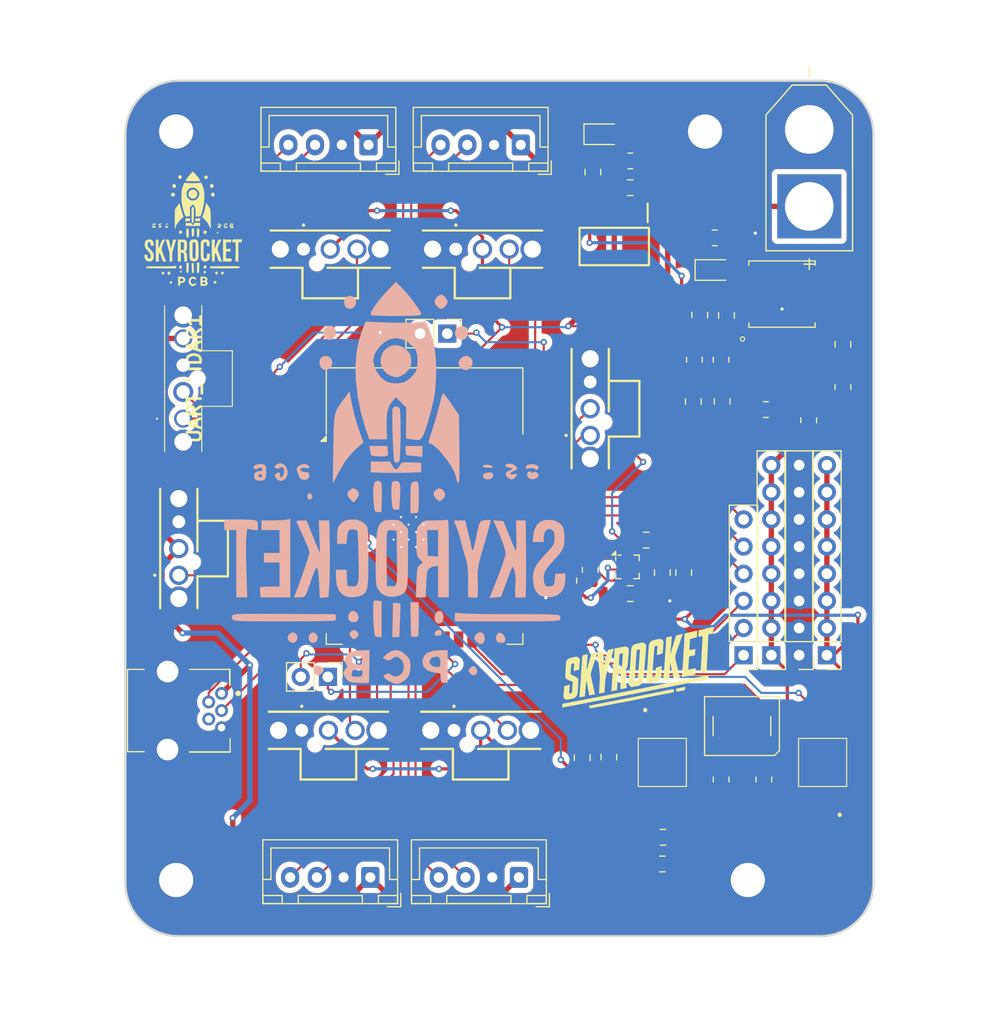
<source format=kicad_pcb>
(kicad_pcb (version 20240108) (generator "pcbnew") (generator_version "8.0")
  (layers (0 "F.Cu" signal) (31 "B.Cu" signal) (34 "B.Paste" user) (35 "F.Paste" user) (36 "B.SilkS" user "B.Silkscreen") (37 "F.SilkS" user "F.Silkscreen") (38 "B.Mask" user) (39 "F.Mask" user) (44 "Edge.Cuts" user))
  (net 0 "")
  (net 1 "GND")
  (net 2 "Net-(BUCK1-SW)")
  (net 3 "Net-(BUCK1-RT_SYNC)")
  (net 4 "Net-(BUCK1-FB)")
  (net 6 "Net-(BUCK1-BOOT)")
  (net 7 "EN")
  (net 8 "+3V3")
  (net 9 "+5V")
  (net 10 "E1DIR")
  (net 11 "E1PWM")
  (net 12 "E2PWM")
  (net 13 "E2DIR")
  (net 14 "E3DIR")
  (net 15 "E3PWM")
  (net 16 "E4PWM")
  (net 17 "E4DIR")
  (net 18 "URGENCE1")
  (net 19 "D-")
  (net 21 "D+")
  (net 22 "Net-(FREE_PIN_3-Pin_2)")
  (net 23 "M1PWM")
  (net 24 "M2PWM")
  (net 25 "Net-(FREE_PIN_2-Pin_1)")
  (net 26 "M3PWM")
  (net 27 "Net-(FREE_PIN_2-Pin_2)")
  (net 28 "M4PWM")
  (net 29 "Net-(FREE_PIN_3-Pin_1)")
  (net 30 "Net-(BUCK1-EN)")
  (net 32 "BOOT")
  (net 33 "Net-(R8-Pad1)")
  (net 37 "TX1")
  (net 38 "Net-(D2-DIN)")
  (net 40 "TX2")
  (net 42 "RX2")
  (net 43 "RX1")
  (net 45 "Net-(LED1-A)")
  (net 46 "Net-(LED2-A)")
  (net 47 "Net-(U1-C1)")
  (net 48 "SCL")
  (net 53 "SDA")
  (net 54 "Net-(FREE_PIN_1-Pin_2)")
  (net 55 "Net-(FREE_PIN_1-Pin_3)")
  (net 56 "Net-(FREE_PIN_1-Pin_5)")
  (net 57 "Net-(FREE_PIN_1-Pin_1)")
  (net 58 "Net-(FREE_PIN_1-Pin_6)")
  (net 59 "Net-(FREE_PIN_1-Pin_4)")
  (net 60 "VCC")
  (footprint "LOGO" (layer "F.Cu") (at 129.6 79.3)
    (property "Reference" "G***" (hide yes))
    (property "Value" "LOGO" (hide yes))
  )
  (footprint "LMR38020:LMR38020" (layer "F.Cu") (at 143.3 50.9)
    (property "Reference" "BUCK1" (hide yes))
    (property "Value" "PLMR38020FDDAR")
  )
  (footprint "Resistor_SMD:R_0805_2012Metric_Pad1.20x1.40mm_HandSolder" (layer "F.Cu") (at 148.9 52.9 90)
    (property "Reference" "R6" (hide yes))
    (property "Value" "100kR")
  )
  (footprint "RF_Module:ESP32-S3-WROOM-1" (layer "F.Cu") (at 109.75 64)
    (property "Reference" "U2" (hide yes))
    (property "Value" "ESP32-S3-WROOM-1")
  )
  (footprint "Resistor_SMD:R_0805_2012Metric_Pad1.20x1.40mm_HandSolder" (layer "F.Cu") (at 137.5 89.6 90)
    (property "Reference" "R1" (hide yes))
    (property "Value" "10kR")
  )
  (footprint "Connector_PinHeader_2.54mm:PinHeader_1x06_P2.54mm_Vertical" (layer "F.Cu") (at 139.6 77.975 180)
    (property "Reference" "FREE_PIN_1" (hide yes))
    (property "Value" "Conn_01x06_Pin")
  )
  (footprint "Capacitor_SMD:C_0805_2012Metric_Pad1.18x1.45mm_HandSolder" (layer "F.Cu") (at 137.6 54.2375 -90)
    (property "Reference" "C7" (hide yes))
    (property "Value" "100n")
  )
  (footprint "Resistor_SMD:R_0805_2012Metric_Pad1.20x1.40mm_HandSolder" (layer "F.Cu") (at 141.7 55)
    (property "Reference" "R5" (hide yes))
    (property "Value" "25.5kR")
  )
  (footprint "Inductor_SMD:L_TDK_VLS6045EX_VLS6045AF" (layer "F.Cu") (at 143.2 44.2 180)
    (property "Reference" "L1" (hide yes))
    (property "Value" "6.8u")
  )
  (footprint "Connector_PinHeader_2.54mm:PinHeader_1x08_P2.54mm_Vertical" (layer "F.Cu") (at 144.8 77.975 180)
    (property "Reference" "GND_1" (hide yes))
    (property "Value" "Conn_01x08_Pin")
  )
  (footprint "LOGO" (layer "F.Cu") (at 88 37.883582)
    (property "Reference" "G***" (hide yes))
    (property "Value" "LOGO" (hide yes))
  )
  (footprint "Connector_PinHeader_2.54mm:PinHeader_1x02_P2.54mm_Vertical" (layer "F.Cu") (at 100.7 80 -90)
    (property "Reference" "FREE_PIN_3" (hide yes))
    (property "Value" "Conn_01x02_Pin")
  )
  (footprint "MountingHole:MountingHole_3.2mm_M3_Pad_TopBottom" (layer "F.Cu") (at 86.5 99)
    (property "Reference" "H3" (hide yes))
    (property "Value" "MountingHole_Pad")
  )
  (footprint "Resistor_SMD:R_0805_2012Metric_Pad1.20x1.40mm_HandSolder" (layer "F.Cu") (at 136.9 38.95)
    (property "Reference" "RLED1" (hide yes))
    (property "Value" "500R")
  )
  (footprint "Resistor_SMD:R_0805_2012Metric_Pad1.20x1.40mm_HandSolder" (layer "F.Cu") (at 123.25 71 -90)
    (property "Reference" "R801" (hide yes))
    (property "Value" "2,2kR")
  )
  (footprint "Connector_JST:JST_XH_B4B-XH-A_1x04_P2.50mm_Vertical" (layer "F.Cu") (at 118.58 98.75 180)
    (property "Reference" "ENC4" (hide yes))
    (property "Value" "Conn_01x04_Pin")
  )
  (footprint "Library_Loader:1053111103" (layer "F.Cu") (at 125.25 57.42 90)
    (property "Reference" "UART_HEDGEHOG1" (hide yes))
    (property "Value" "105311-1103" (hide yes))
  )
  (footprint "Connector_JST:JST_XH_B4B-XH-A_1x04_P2.50mm_Vertical" (layer "F.Cu") (at 104.5 30.25 180)
    (property "Reference" "ENC1" (hide yes))
    (property "Value" "Conn_01x04_Pin")
  )
  (footprint "Resistor_SMD:R_0805_2012Metric_Pad1.20x1.40mm_HandSolder" (layer "F.Cu") (at 129 31.75)
    (property "Reference" "RLED2" (hide yes))
    (property "Value" "330R")
  )
  (footprint "Capacitor_SMD:C_0805_2012Metric_Pad1.18x1.45mm_HandSolder" (layer "F.Cu") (at 127 87.5 -90)
    (property "Reference" "C1" (hide yes))
    (property "Value" "1u")
  )
  (footprint "Library_Loader:TL3305BF160QG" (layer "F.Cu") (at 132 88 -90)
    (property "Reference" "SWITCHEN1" (hide yes))
    (property "Value" "TL3305BF100QG" (hide yes))
  )
  (footprint "Library_Loader:TL3305BF160QG" (layer "F.Cu") (at 147 88 90)
    (property "Reference" "SWITCHBOOT1" (hide yes))
    (property "Value" "TL3305BF100QG" (hide yes))
  )
  (footprint "Library_Loader:17345101" (layer "F.Cu") (at 90.75 81.55 180)
    (property "Reference" "MINIUSB1" (hide yes))
    (property "Value" "17345101" (hide yes))
  )
  (footprint "Capacitor_SMD:C_0805_2012Metric_Pad1.18x1.45mm_HandSolder" (layer "F.Cu") (at 132 70.25 -90)
    (property "Reference" "C14" (hide yes))
    (property "Value" "10u")
  )
  (footprint "Library_Loader:SOT230P700X180-4N" (layer "F.Cu") (at 127.5 39.75 -90)
    (property "Reference" "LDO1" (hide yes))
    (property "Value" "TLV1117LV33DCYR" (hide yes))
  )
  (footprint "Capacitor_SMD:C_0805_2012Metric_Pad1.18x1.45mm_HandSolder" (layer "F.Cu") (at 129 72.2125)
    (property "Reference" "C13" (hide yes))
    (property "Value" "220n")
  )
  (footprint "Package_LGA:LGA-12_2x2mm_P0.5mm" (layer "F.Cu") (at 128.7375 69.7125)
    (property "Reference" "U1" (hide yes))
    (property "Value" "LIS2MDL")
  )
  (footprint "Library_Loader:1053111103" (layer "F.Cu") (at 112.67 40)
    (property "Reference" "MOTOR2" (hide yes))
    (property "Value" "105311-1103" (hide yes))
  )
  (footprint "Capacitor_SMD:C_0805_2012Metric_Pad1.18x1.45mm_HandSolder" (layer "F.Cu") (at 148.9 48.9 90)
    (property "Reference" "C8" (hide yes))
    (property "Value" "100n")
  )
  (footprint "LED_SMD:LED_0805_2012Metric_Pad1.15x1.40mm_HandSolder" (layer "F.Cu") (at 136.925 41.95)
    (property "Reference" "LED1" (hide yes))
    (property "Value" "~")
  )
  (footprint "Connector_PinHeader_2.54mm:PinHeader_1x08_P2.54mm_Vertical" (layer "F.Cu") (at 142.2 77.975 180)
    (property "Reference" "5V_1" (hide yes))
    (property "Value" "Conn_01x08_Pin")
  )
  (footprint "Capacitor_SMD:C_0805_2012Metric_Pad1.18x1.45mm_HandSolder" (layer "F.Cu") (at 130.5 67.2125)
    (property "Reference" "C15" (hide yes))
    (property "Value" "100n")
  )
  (footprint "Resistor_SMD:R_0805_2012Metric_Pad1.20x1.40mm_HandSolder" (layer "F.Cu") (at 141.5 89.6 -90)
    (property "Reference" "R8" (hide yes))
    (property "Value" "10k")
  )
  (footprint "Capacitor_SMD:C_0805_2012Metric_Pad1.18x1.45mm_HandSolder" (layer "F.Cu") (at 132.0625 95 180)
    (property "Reference" "C5" (hide yes))
    (property "Value" "0.1u")
  )
  (footprint "Connector_JST:JST_XH_B4B-XH-A_1x04_P2.50mm_Vertical" (layer "F.Cu") (at 118.75 30.25 180)
    (property "Reference" "ENC2" (hide yes))
    (property "Value" "Conn_01x04_Pin")
  )
  (footprint "Capacitor_SMD:C_0805_2012Metric_Pad1.18x1.45mm_HandSolder" (layer "F.Cu") (at 138 46.2 -90)
    (property "Reference" "C9" (hide yes))
    (property "Value" "22u")
  )
  (footprint "MountingHole:MountingHole_3.2mm_M3_Pad_TopBottom" (layer "F.Cu") (at 86.5 29)
    (property "Reference" "H1" (hide yes))
    (property "Value" "MountingHole_Pad")
  )
  (footprint "Capacitor_SMD:C_0805_2012Metric_Pad1.18x1.45mm_HandSolder" (layer "F.Cu") (at 134 70.25 -90)
    (property "Reference" "C12" (hide yes))
    (property "Value" "100n")
  )
  (footprint "Resistor_SMD:R_0805_2012Metric_Pad1.20x1.40mm_HandSolder" (layer "F.Cu") (at 137.5 50.3375 90)
    (property "Reference" "R2" (hide yes))
    (property "Value" "62kR")
  )
  (footprint "Library_Loader:1053111103" (layer "F.Cu") (at 98.42 40)
    (property "Reference" "MOTOR1" (hide yes))
    (property "Value" "105311-1103" (hide yes))
  )
  (footprint "MountingHole:MountingHole_3.2mm_M3_Pad_TopBottom" (layer "F.Cu") (at 136 29)
    (property "Reference" "H2" (hide yes))
    (property "Value" "MountingHole_Pad")
  )
  (footprint "Resistor_SMD:R_0805_2012Metric_Pad1.20x1.40mm_HandSolder" (layer "F.Cu") (at 145.7 56 90)
    (property "Reference" "R7" (hide yes))
    (property "Value" "24.9kR")
  )
  (footprint "XT60-M:AMASS_XT60-M" (layer "F.Cu") (at 145.75 32.4 90)
    (property "Reference" "POWER_1" (hide yes))
    (property "Value" "XT60-M")
  )
  (footprint "Connector_PinHeader_2.54mm:PinHeader_1x08_P2.54mm_Vertical" (layer "F.Cu") (at 147.4 77.975 180)
    (property "Reference" "3V3_1" (hide yes))
    (property "Value" "Conn_01x08_Pin")
  )
  (footprint "MountingHole:MountingHole_3.2mm_M3_Pad_TopBottom" (layer "F.Cu") (at 140 99)
    (property "Reference" "H4" (hide yes))
    (property "Value" "MountingHole_Pad" (hide yes))
  )
  (footprint "Library_Loader:1053111103" (layer "F.Cu") (at 86.75 70.5 90)
    (property "Reference" "URGENCE1" (hide yes))
    (property "Value" "105311-1103" (hide yes))
  )
  (footprint "Connector_PinHeader_2.54mm:PinHeader_1x02_P2.54mm_Vertical" (layer "F.Cu") (at 111.875 47.9 -90)
    (property "Reference" "FREE_PIN_2" (hide yes))
    (property "Value" "Conn_01x02_Pin")
  )
  (footprint "Resistor_SMD:R_0805_2012Metric_Pad1.20x1.40mm_HandSolder" (layer "F.Cu") (at 135 50.3375 -90)
    (property "Reference" "R3" (hide yes))
    (property "Value" "10kR")
  )
  (footprint "Library_Loader:1053111104" (layer "F.Cu") (at 87.16 55.85 90)
    (property "Reference" "UART_LIDAR1")
    (property "Value" "105311-1104" (hide yes))
  )
  (footprint "Resistor_SMD:R_0805_2012Metric_Pad1.20x1.40mm_HandSolder" (layer "F.Cu") (at 125.25 70 -90)
    (property "Reference" "R800" (hide yes))
    (property "Value" "2,2kR")
  )
  (footprint "Capacitor_SMD:C_0805_2012Metric_Pad1.18x1.45mm_HandSolder" (layer "F.Cu") (at 135.5 46.1625 -90)
    (property "Reference" "C10" (hide yes))
    (property "Value" "22u")
  )
  (footprint "Capacitor_SMD:C_0805_2012Metric_Pad1.18x1.45mm_HandSolder" (layer "F.Cu") (at 132 97.5 180)
    (property "Reference" "C6" (hide yes))
    (property "Value" "22u")
  )
  (footprint "Library_Loader:1053111103" (layer "F.Cu") (at 98.25 85)
    (property "Reference" "MOTOR3" (hide yes))
    (property "Value" "105311-1103" (hide yes))
  )
  (footprint "Capacitor_SMD:C_0805_2012Metric_Pad1.18x1.45mm_HandSolder" (layer "F.Cu") (at 125.5 32.7875 90)
    (property "Reference" "C3" (hide yes))
    (property "Value" "1u")
  )
  (footprint "Capacitor_SMD:C_0805_2012Metric_Pad1.18x1.45mm_HandSolder" (layer "F.Cu") (at 129 34.25 180)
    (property "Reference" "C2" (hide yes))
    (property "Value" "10u")
  )
  (footprint "LED_SMD:LED_0805_2012Metric_Pad1.15x1.40mm_HandSolder" (layer "F.Cu") (at 126.525 29.25)
    (property "Reference" "LED2" (hide yes))
    (property "Value" "LED2")
  )
  (footprint "LED_SMD:LED_WS2812B_PLCC4_5.0x5.0mm_P3.2mm" (layer "F.Cu") (at 139.45 84.6)
    (property "Reference" "D2" (hide yes))
    (property "Value" "WS2812B")
  )
  (footprint "Connector_JST:JST_XH_B4B-XH-A_1x04_P2.50mm_Vertical" (layer "F.Cu") (at 104.67 98.75 180)
    (property "Reference" "ENC3" (hide yes))
    (property "Value" "Conn_01x04_Pin")
  )
  (footprint "Library_Loader:1053111103" (layer "F.Cu") (at 112.5 85)
    (property "Reference" "MOTOR4" (hide yes))
    (property "Value" "105311-1103" (hide yes))
  )
  (footprint "Capacitor_SMD:C_0805_2012Metric_Pad1.18x1.45mm_HandSolder" (layer "F.Cu") (at 134.9 54.2375 -90)
    (property "Reference" "C4" (hide yes))
    (property "Value" "4.7u")
  )
  (footprint "Capacitor_SMD:C_0805_2012Metric_Pad1.18x1.45mm_HandSolder" (layer "F.Cu") (at 124.5 87.5625 90)
    (property "Reference" "C11" (hide yes))
    (property "Value" "0.1u")
  )
  (footprint "LOGO" (layer "B.Cu") (at 107.3 61.1 180)
    (property "Reference" "G***" (hide yes))
    (property "Value" "LOGO" (hide yes))
  )
  (gr_line (start 81.75 99.25) (end 81.75 29.25) (stroke (width 0.2)) (layer "Edge.Cuts"))
  (gr_line (start 151.75 29.25) (end 151.75 99.25) (stroke (width 0.2)) (layer "Edge.Cuts"))
  (gr_line (start 86.75 24.25) (end 146.75 24.25) (stroke (width 0.2)) (layer "Edge.Cuts"))
  (gr_arc (start 81.75 29.25) (mid 83.214466 25.714466) (end 86.75 24.25) (stroke (width 0.2)) (layer "Edge.Cuts"))
  (gr_arc (start 146.75 24.25) (mid 150.285534 25.714466) (end 151.75 29.25) (stroke (width 0.2)) (layer "Edge.Cuts"))
  (gr_arc (start 86.75 104.25) (mid 83.214466 102.785534) (end 81.75 99.25) (stroke (width 0.2)) (layer "Edge.Cuts"))
  (gr_line (start 146.75 104.25) (end 86.75 104.25) (stroke (width 0.2)) (layer "Edge.Cuts"))
  (gr_arc (start 151.75 99.25) (mid 150.285534 102.785534) (end 146.75 104.25) (stroke (width 0.2)) (layer "Edge.Cuts"))
  (segment (start 128.9875 70.0125) (end 128.9875 70.475) (width 0.2) (layer "F.Cu") (net 1))
  (segment (start 128.9875 71.1625) (end 130.0375 72.2125) (width 0.2) (layer "F.Cu") (net 1))
  (segment (start 128.9875 70.475) (end 128.9875 71.1625) (width 0.2) (layer "F.Cu") (net 1))
  (segment (start 129.0375 69.9625) (end 128.9875 70.0125) (width 0.2) (layer "F.Cu") (net 1))
  (segment (start 129.5 69.9625) (end 129.0375 69.9625) (width 0.2) (layer "F.Cu") (net 1))
  (segment (start 143.3 47.8) (end 143.3 50.9) (width 0.5) (layer "F.Cu") (net 1))
  (segment (start 134.6375 51.3375) (end 133.6 50.3) (width 0.3) (layer "F.Cu") (net 1))
  (via (at 140.7 38.5) (size 0.6) (drill 0.3) (layers "F.Cu" "B.Cu") (net 1))
  (via (at 121.1 72.6) (size 0.6) (drill 0.3) (layers "F.Cu" "B.Cu") (net 1))
  (via (at 143.2 45.6) (size 0.6) (drill 0.3) (layers "F.Cu" "B.Cu") (net 1))
  (via (at 132.7 72.9) (size 0.6) (drill 0.3) (layers "F.Cu" "B.Cu") (net 1))
  (segment (start 147.1275 47.8625) (end 148.9 47.8625) (width 0.3) (layer "F.Cu") (net 2))
  (segment (start 146 48.99) (end 147.1275 47.8625) (width 0.3) (layer "F.Cu") (net 2))
  (segment (start 145.3 48.29) (end 145.3 44.2) (width 0.3) (layer "F.Cu") (net 2))
  (segment (start 145.3 44.2) (end 148.9 47.8) (width 0.3) (layer "F.Cu") (net 2))
  (segment (start 146 48.99) (end 145.3 48.29) (width 0.3) (layer "F.Cu") (net 2))
  (segment (start 148.9 47.8) (end 148.9 47.8625) (width 0.3) (layer "F.Cu") (net 2))
  (segment (start 140.6 52.805) (end 140.6 54.9) (width 0.3) (layer "F.Cu") (net 3))
  (segment (start 140.6 54.9) (end 140.7 55) (width 0.3) (layer "F.Cu") (net 3))
  (segment (start 145.7 55) (end 146.8 53.9) (width 0.3) (layer "F.Cu") (net 4))
  (segment (start 146 52.8) (end 147.8 52.8) (width 0.3) (layer "F.Cu") (net 4))
  (segment (start 146 52.8) (end 146 54.7) (width 0.3) (layer "F.Cu") (net 4))
  (segment (start 147.8 52.8) (end 148.9 53.9) (width 0.3) (layer "F.Cu") (net 4))
  (segment (start 146 54.7) (end 145.7 55) (width 0.3) (layer "F.Cu") (net 4))
  (segment (start 146.8 53.9) (end 148.9 53.9) (width 0.3) (layer "F.Cu") (net 4))
  (segment (start 148.5775 50.26) (end 146 50.26) (width 0.3) (layer "F.Cu") (net 6))
  (segment (start 148.9 49.9375) (end 148.5775 50.26) (width 0.3) (layer "F.Cu") (net 6))
  (segment (start 104.5 63.83) (end 104.5 67.5) (width 0.2) (layer "F.Cu") (net 7))
  (segment (start 123.35 88.6) (end 122.5 87.75) (width 0.3) (layer "F.Cu") (net 7))
  (segment (start 126.9375 88.6) (end 127 88.5375) (width 0.3) (layer "F.Cu") (net 7))
  (segment (start 101 61.28) (end 101.95 61.28) (width 0.2) (layer "F.Cu") (net 7))
  (segment (start 124.5 88.6) (end 123.35 88.6) (width 0.3) (layer "F.Cu") (net 7))
  (segment (start 124.5 88.6) (end 126.9375 88.6) (width 0.3) (layer "F.Cu") (net 7))
  (segment (start 133.5 91.6) (end 134.5 91.6) (width 0.3) (layer "F.Cu") (net 7))
  (segment (start 133.5 91.6) (end 130.4375 88.5375) (width 0.3) (layer "F.Cu") (net 7))
  (segment (start 101.95 61.28) (end 104.5 63.83) (width 0.2) (layer "F.Cu") (net 7))
  (segment (start 130.4375 88.5375) (end 127 88.5375) (width 0.3) (layer "F.Cu") (net 7))
  (segment (start 134.5 91.6) (end 137.5 88.6) (width 0.3) (layer "F.Cu") (net 7))
  (via (at 122.5 87.75) (size 0.6) (drill 0.3) (layers "F.Cu" "B.Cu") (net 7))
  (via (at 104.5 67.5) (size 0.6) (drill 0.3) (layers "F.Cu" "B.Cu") (net 7))
  (segment (start 104.5 67.5) (end 104.5 67.814745) (width 0.2) (layer "B.Cu") (net 7))
  (segment (start 122.5 85.814745) (end 122.5 87.75) (width 0.2) (layer "B.Cu") (net 7))
  (segment (start 104.5 67.814745) (end 122.5 85.814745) (width 0.2) (layer "B.Cu") (net 7))
  (segment (start 127.3 99.4) (end 128.6 100.7) (width 0.3) (layer "F.Cu") (net 8))
  (segment (start 129.4625 67.2125) (end 129.5 67.25) (width 0.2) (layer "F.Cu") (net 8))
  (segment (start 104.52 36.4) (end 105.3 36.4) (width 0.3) (layer "F.Cu") (net 8))
  (segment (start 104.29 60.01) (end 117 47.3) (width 0.2) (layer "F.Cu") (net 8))
  (segment (start 123.25 72.85) (end 125 74.6) (width 0.3) (layer "F.Cu") (net 8))
  (segment (start 132 69.2125) (end 134 69.2125) (width 0.2) (layer "F.Cu") (net 8))
  (segment (start 131.75 69.4625) (end 132 69.2125) (width 0.2) (layer "F.Cu") (net 8))
  (segment (start 127.975 69.9625) (end 127.0625 69.9625) (width 0.2) (layer "F.Cu") (net 8))
  (segment (start 129.5 67.25) (end 129.5 68.9625) (width 0.2) (layer "F.Cu") (net 8))
  (segment (start 115 85) (end 127.3 97.3) (width 0.3) (layer "F.Cu") (net 8))
  (segment (start 127.5 47.2) (end 129.1 48.8) (width 0.2) (layer "F.Cu") (net 8))
  (segment (start 127.3 97.3) (end 127.3 99.4) (width 0.3) (layer "F.Cu") (net 8))
  (segment (start 115.17 45.47) (end 117 47.3) (width 0.3) (layer "F.Cu") (net 8))
  (segment (start 136.4 72.3) (end 136.4 70.4) (width 0.3) (layer "F.Cu") (net 8))
  (segment (start 148.025 77.975) (end 147.4 77.975) (width 0.3) (layer "F.Cu") (net 8))
  (segment (start 128.1125 67.2125) (end 127.3 66.4) (width 0.2) (layer "F.Cu") (net 8))
  (segment (start 131.3 100.7) (end 133.0375 98.9625) (width 0.3) (layer "F.Cu") (net 8))
  (segment (start 112.762792 88.6) (end 111.1 88.6) (width 0.3) (layer "F.Cu") (net 8))
  (segment (start 150.3 74.2) (end 150.3 75.7) (width 0.3) (layer "F.Cu") (net 8))
  (segment (start 133.0375 98.9625) (end 133.0375 97.5) (width 0.3) (layer "F.Cu") (net 8))
  (segment (start 150.9 92.1) (end 150.9 81.475) (width 0.3) (layer "F.Cu") (net 8))
  (segment (start 112.7 36.4) (end 112.2 36.4) (width 0.3) (layer "F.Cu") (net 8))
  (segment (start 131.4625 69.2125) (end 132 69.2125) (width 0.2) (layer "F.Cu") (net 8))
  (segment (start 128.6 100.7) (end 131.3 100.7) (width 0.3) (layer "F.Cu") (net 8))
  (segment (start 127.9625 33.7875) (end 130 31.75) (width 0.3) (layer "F.Cu") (net 8))
  (segment (start 104.35 88.6) (end 104.9 88.6) (width 0.3) (layer "F.Cu") (net 8))
  (segment (start 133.1 97.4375) (end 133.0375 97.5) (width 0.3) (layer "F.Cu") (net 8))
  (segment (start 137.5 90.6) (end 141.5 90.6) (width 0.3) (layer "F.Cu") (net 8))
  (segment (start 134.1 74.6) (end 136.4 72.3) (width 0.3) (layer "F.Cu") (net 8))
  (segment (start 133.1 95) (end 133.1 97.4375) (width 0.3) (layer "F.Cu") (net 8))
  (segment (start 127.0625 69.9625) (end 126.9 69.8) (width 0.2) (layer "F.Cu") (net 8))
  (segment (start 136.4 70.4) (end 135.2125 69.2125) (width 0.3) (layer "F.Cu") (net 8))
  (segment (start 123.25 72) (end 123.25 72.85) (width 0.3) (layer "F.Cu") (net 8))
  (segment (start 147.4 60.195) (end 147.4 77.975) (width 0.5) (layer "F.Cu") (net 8))
  (segment (start 100.75 85) (end 104.35 88.6) (width 0.3) (layer "F.Cu") (net 8))
  (segment (start 141.5 90.6) (end 144.8 93.9) (width 0.3) (layer "F.Cu") (net 8))
  (segment (start 129.4625 67.2125) (end 128.1125 67.2125) (width 0.2) (layer "F.Cu") (net 8))
  (segment (start 137.5 90.6) (end 133.1 95) (width 0.3) (layer "F.Cu") (net 8))
  (segment (start 115.17 40) (end 115.17 38.87) (width 0.3) (layer "F.Cu") (net 8))
  (segment (start 115 86.362792) (end 112.762792 88.6) (width 0.3) (layer "F.Cu") (net 8))
  (segment (start 124.25 72) (end 124.85 72.6) (width 0.3) (layer "F.Cu") (net 8))
  (segment (start 123.2 47.2) (end 127.5 47.2) (width 0.2) (layer "F.Cu") (net 8))
  (segment (start 127.9625 34.25) (end 127.9625 33.7875) (width 0.3) (layer "F.Cu") (net 8))
  (segment (start 100.92 40) (end 104.52 36.4) (width 0.3) (layer "F.Cu") (net 8))
  (segment (start 101 60.01) (end 104.29 60.01) (width 0.2) (layer "F.Cu") (net 8))
  (segment (start 127.5 42.9) (end 123.2 47.2) (width 0.5) (layer "F.Cu") (net 8))
  (segment (start 124.85 72.6) (end 125.3 72.6) (width 0.3) (layer "F.Cu") (net 8))
  (segment (start 127.5 36.6) (end 127.5 34.7125) (width 0.3) (layer "F.Cu") (net 8))
  (segment (start 115.17 40) (end 115.17 45.47) (width 0.3) (layer "F.Cu") (net 8))
  (segment (start 129.5 69.4625) (end 131.75 69.4625) (width 0.2) (layer "F.Cu") (net 8))
  (segment (start 129.1 48.8) (end 129.1 58.8) (width 0.2) (layer "F.Cu") (net 8))
  (segment (start 129.1 58.8) (end 130.2 59.9) (width 0.2) (layer "F.Cu") (net 8))
  (segment (start 123.25 72) (end 124.25 72) (width 0.3) (layer "F.Cu") (net 8))
  (segment (start 135.2125 69.2125) (end 134 69.2125) (width 0.3) (layer "F.Cu") (net 8))
  (segment (start 129.4625 67.2125) (end 131.4625 69.2125) (width 0.2) (layer "F.Cu") (net 8))
  (segment (start 125 74.6) (end 134.1 74.6) (width 0.3) (layer "F.Cu") (net 8))
  (segment (start 127.5 34.7125) (end 127.9625 34.25) (width 0.3) (layer "F.Cu") (net 8))
  (segment (start 115 85) (end 115 86.362792) (width 0.3) (layer "F.Cu") (net 8))
  (segment (start 150.9 81.475) (end 147.4 77.975) (width 0.3) (layer "F.Cu") (net 8))
  (segment (start 129.5 69.4625) (end 129.5 68.9625) (width 0.2) (layer "F.Cu") (net 8))
  (segment (start 149.1 93.9) (end 150.9 92.1) (width 0.3) (layer "F.Cu") (net 8))
  (segment (start 124.25 72) (end 125.25 71) (width 0.3) (layer "F.Cu") (net 8))
  (segment (start 127.5 42.9) (end 127.5 36.6) (width 0.5) (layer "F.Cu") (net 8))
  (segment (start 150.3 75.7) (end 148.025 77.975) (width 0.3) (layer "F.Cu") (net 8))
  (segment (start 115.17 38.87) (end 112.7 36.4) (width 0.3) (layer "F.Cu") (net 8))
  (segment (start 144.8 93.9) (end 149.1 93.9) (width 0.3) (layer "F.Cu") (net 8))
  (via (at 117 47.3) (size 0.6) (drill 0.3) (layers "F.Cu" "B.Cu") (net 8))
  (via (at 125.3 72.6) (size 0.6) (drill 0.3) (layers "F.Cu" "B.Cu") (net 8))
  (via (at 105.3 36.4) (size 0.6) (drill 0.3) (layers "F.Cu" "B.Cu") (net 8))
  (via (at 104.9 88.6) (size 0.6) (drill 0.3) (layers "F.Cu" "B.Cu") (net 8))
  (via (at 123.2 47.2) (size 0.6) (drill 0.3) (layers "F.Cu" "B.Cu") (net 8))
  (via (at 126.9 69.8) (size 0.6) (drill 0.3) (layers "F.Cu" "B.Cu") (net 8))
  (via (at 111.1 88.6) (size 0.6) (drill 0.3) (layers "F.Cu" "B.Cu") (net 8))
  (via (at 130.2 59.9) (size 0.6) (drill 0.3) (layers "F.Cu" "B.Cu") (net 8))
  (via (at 150.3 74.2) (size 0.6) (drill 0.3) (layers "F.Cu" "B.Cu") (net 8))
  (via (at 112.2 36.4) (size 0.6) (drill 0.3) (layers "F.Cu" "B.Cu") (net 8))
  (via (at 134.1 74.6) (size 0.6) (drill 0.3) (layers "F.Cu" "B.Cu") (net 8))
  (via (at 127.3 66.4) (size 0.6) (drill 0.3) (layers "F.Cu" "B.Cu") (net 8))
  (segment (start 137.865 74.235) (end 150.265 74.235) (width 0.3) (layer "B.Cu") (net 8))
  (segment (start 134.1 74.6) (end 134.8 75.3) (width 0.3) (layer "B.Cu") (net 8))
  (segment (start 150.265 74.235) (end 150.3 74.2) (width 0.3) (layer "B.Cu") (net 8))
  (segment (start 104.9 88.6) (end 111.1 88.6) (width 0.3) (layer "B.Cu") (net 8))
  (segment (start 134.8 75.3) (end 135.6 75.3) (width 0.3) (layer "B.Cu") (net 8))
  (segment (start 135.6 75.3) (end 135.5 75.3) (width 0.3) (layer "B.Cu") (net 8))
  (segment (start 105.3 36.4) (end 112.2 36.4) (width 0.3) (layer "B.Cu") (net 8))
  (segment (start 125.3 72.6) (end 126.9 71) (width 0.3) (layer "B.Cu") (net 8))
  (segment (start 136.8 75.3) (end 137.8 74.3) (width 0.3) (layer "B.Cu") (net 8))
  (segment (start 127.3 62.8) (end 127.3 66.4) (width 0.2) (layer "B.Cu") (net 8))
  (segment (start 137.8 74.3) (end 137.865 74.235) (width 0.3) (layer "B.Cu") (net 8))
  (segment (start 123.1 47.3) (end 123.2 47.2) (width 0.2) (layer "B.Cu") (net 8))
  (segment (start 126.9 71) (end 126.9 69.8) (width 0.3) (layer "B.Cu") (net 8))
  (segment (start 135.5 75.3) (end 136.8 75.3) (width 0.3) (layer "B.Cu") (net 8))
  (segment (start 117 47.3) (end 123.1 47.3) (width 0.2) (layer "B.Cu") (net 8))
  (segment (start 130.2 59.9) (end 127.3 62.8) (width 0.2) (layer "B.Cu") (net 8))
  (segment (start 83.2 38.7) (end 94.4 27.5) (width 0.5) (layer "F.Cu") (net 9))
  (segment (start 104.67 98.75) (end 101.52 101.9) (width 0.5) (layer "F.Cu") (net 9))
  (segment (start 125.2 34.125) (end 125.5 33.825) (width 0.3) (layer "F.Cu") (net 9))
  (segment (start 150.9 50.7) (end 150.9 43.7) (width 0.5) (layer "F.Cu") (net 9))
  (segment (start 148.8 58.5) (end 150.8 56.5) (width 0.5) (layer "F.Cu") (net 9))
  (segment (start 143.9 58.5) (end 148.8 58.5) (width 0.5) (layer "F.Cu") (net 9))
  (segment (start 142.2 60.195) (end 143.5 58.895) (width 0.5) (layer "F.Cu") (net 9))
  (segment (start 147.6 40.4) (end 142.7 40.4) (width 0.5) (layer "F.Cu") (net 9))
  (segment (start 115.7 27.2) (end 118.75 30.25) (width 0.5) (layer "F.Cu") (net 9))
  (segment (start 101.52 101.9) (end 94.1 101.9) (width 0.5) (layer "F.Cu") (net 9))
  (segment (start 101.75 27.5) (end 104.5 30.25) (width 0.5) (layer "F.Cu") (net 9))
  (segment (start 122.325 33.825) (end 125.5 33.825) (width 0.5) (layer "F.Cu") (net 9))
  (segment (start 137.9 38.95) (end 141.1 42.15) (width 0.3) (layer "F.Cu") (net 9))
  (segment (start 115.73 101.6) (end 118.58 98.75) (width 0.5) (layer "F.Cu") (net 9))
  (segment (start 83.45 48.35) (end 83.2 48.1) (width 0.5) (layer "F.Cu") (net 9))
  (segment (start 90.75 81.55) (end 93.4 78.9) (width 0.5) (layer "F.Cu") (net 9))
  (segment (start 107.52 101.6) (end 115.73 101.6) (width 0.5) (layer "F.Cu") (net 9))
  (segment (start 148.9 51.9) (end 149.7 51.9) (width 0.5) (layer "F.Cu") (net 9))
  (segment (start 118.75 30.25) (end 122.325 33.825) (width 0.5) (layer "F.Cu") (net 9))
  (segment (start 107.55 27.2) (end 115.7 27.2) (width 0.5) (layer "F.Cu") (net 9))
  (segment (start 83.2 64.45) (end 83.2 48.1) (width 0.5) (layer "F.Cu") (net 9))
  (segment (start 91.8 99.6) (end 91.8 93.2) (width 0.5) (layer "F.Cu") (net 9))
  (segment (start 150.9 43.7) (end 147.6 40.4) (width 0.5) (layer "F.Cu") (net 9))
  (segment (start 135.5 45.125) (end 133.8 43.425) (width 0.3) (layer "F.Cu") (net 9))
  (segment (start 143.5 58.895) (end 143.505 58.895) (width 0.5) (layer "F.Cu") (net 9))
  (segment (start 143.7 79.475) (end 142.2 77.975) (width 0.3) (layer "F.Cu") (net 9))
  (segment (start 87.16 48.35) (end 83.45 48.35) (width 0.5) (layer "F.Cu") (net 9))
  (segment (start 137 82.95) (end 138.85 84.8) (width 0.3) (layer "F.Cu") (net 9))
  (segment (start 138.85 84.8) (end 142.8 84.8) (width 0.3) (layer "F.Cu") (net 9))
  (segment (start 86.75 68) (end 83.2 64.45) (width 0.5) (layer "F.Cu") (net 9))
  (segment (start 86.75 68) (end 85.175 69.575) (width 0.5) (layer "F.Cu") (net 9))
  (segment (start 125.2 36.6) (end 125.2 34.125) (width 0.3) (layer "F.Cu") (net 9))
  (segment (start 135.5 45.125) (end 140.175 45.125) (width 0.3) (layer "F.Cu") (net 9))
  (segment (start 83.2 48.1) (end 83.2 38.7) (width 0.5) (layer "F.Cu") (net 9))
  (segment (start 104.5 30.25) (end 107.55 27.2) (width 0.5) (layer "F.Cu") (net 9))
  (segment (start 104.67 98.75) (end 107.52 101.6) (width 0.5) (layer "F.Cu") (net 9))
  (segment (start 143.505 58.895) (end 143.9 58.5) (width 0.5) (layer "F.Cu") (net 9))
  (segment (start 150.8 56.5) (end 150.8 53) (width 0.5) (layer "F.Cu") (net 9))
  (segment (start 133.8 43.425) (end 133.8 42.5) (width 0.3) (layer "F.Cu") (net 9))
  (segment (start 142.8 84.8) (end 143.7 83.9) (width 0.3) (layer "F.Cu") (net 9))
  (segment (start 142.2 77.975) (end 142.2 60.195) (width 0.5) (layer "F.Cu") (net 9))
  (segment (start 149.7 51.9) (end 150.9 50.7) (width 0.5) (layer "F.Cu") (net 9))
  (segment (start 142.7 40.4) (end 141.1 42) (width 0.5) (layer "F.Cu") (net 9))
  (segment (start 143.7 83.9) (end 143.7 79.475) (width 0.3) (layer "F.Cu") (net 9))
  (segment (start 85.175 69.575) (end 85.175 73.975) (width 0.5) (layer "F.Cu") (net 9))
  (segment (start 150.8 53) (end 149.7 51.9) (width 0.5) (layer "F.Cu") (net 9))
  (segment (start 94.4 27.5) (end 101.75 27.5) (width 0.5) (layer "F.Cu") (net 9))
  (segment (start 94.1 101.9) (end 91.8 99.6) (width 0.5) (layer "F.Cu") (net 9))
  (segment (start 140.175 45.125) (end 141.1 44.2) (width 0.3) (layer "F.Cu") (net 9))
  (segment (start 85.175 73.975) (end 87.1 75.9) (width 0.5) (layer "F.Cu") (net 9))
  (segment (start 141.1 42.15) (end 141.1 44.2) (width 0.3) (layer "F.Cu") (net 9))
  (segment (start 125.2 36.6) (end 125.2 39.4) (width 0.3) (layer "F.Cu") (net 9))
  (segment (start 141.1 42) (end 141.1 44.2) (width 0.5) (layer "F.Cu") (net 9))
  (via (at 125.2 39.4) (size 0.6) (drill 0.3) (layers "F.Cu" "B.Cu") (net 9))
  (via (at 93.4 78.9) (size 0.6) (drill 0.3) (layers "F.Cu" "B.Cu") (net 9))
  (via (at 91.8 93.2) (size 0.6) (drill 0.3) (layers "F.Cu" "B.Cu") (net 9))
  (via (at 87.1 75.9) (size 0.6) (drill 0.3) (layers "F.Cu" "B.Cu") (net 9))
  (via (at 133.8 42.5) (size 0.6) (drill 0.3) (layers "F.Cu" "B.Cu") (net 9))
  (segment (start 90.4 75.9) (end 87.1 75.9) (width 0.5) (layer "B.Cu") (net 9))
  (segment (start 93.4 91.6) (end 91.8 93.2) (width 0.5) (layer "B.Cu") (net 9))
  (segment (start 93.4 78.9) (end 93.4 91.6) (width 0.5) (layer "B.Cu") (net 9))
  (segment (start 93.4 78.9) (end 90.4 75.9) (width 0.5) (layer "B.Cu") (net 9))
  (segment (start 133.8 42.5) (end 130.7 39.4) (width 0.3) (layer "B.Cu") (net 9))
  (segment (start 130.7 39.4) (end 125.2 39.4) (width 0.3) (layer "B.Cu") (net 9))
  (segment (start 97 30.25) (end 93 34.25) (width 0.2) (layer "F.Cu") (net 10))
  (segment (start 93 34.25) (end 93 61.43) (width 0.2) (layer "F.Cu") (net 10))
  (segment (start 100.47 68.9) (end 101 68.9) (width 0.2) (layer "F.Cu") (net 10))
  (segment (start 93 61.43) (end 100.47 68.9) (width 0.2) (layer "F.Cu") (net 10))
  (segment (start 93.75 36) (end 93.75 61) (width 0.2) (layer "F.Cu") (net 11))
  (segment (start 100.38 67.63) (end 101 67.63) (width 0.2) (layer "F.Cu") (net 11))
  (segment (start 99.5 30.25) (end 93.75 36) (width 0.2) (layer "F.Cu") (net 11))
  (segment (start 93.75 61) (end 100.38 67.63) (width 0.2) (layer "F.Cu") (net 11))
  (segment (start 98 52) (end 108.5 41.5) (width 0.2) (layer "F.Cu") (net 12))
  (segment (start 100.47 62.55) (end 98 60.08) (width 0.2) (layer "F.Cu") (net 12))
  (segment (start 108.5 41.5) (end 108.5 35.5) (width 0.2) (layer "F.Cu") (net 12))
  (segment (start 98 60.08) (end 98 52) (width 0.2) (layer "F.Cu") (net 12))
  (segment (start 101 62.55) (end 100.47 62.55) (width 0.2) (layer "F.Cu") (net 12))
  (segment (start 108.5 35.5) (end 113.75 30.25) (width 0.2) (layer "F.Cu") (net 12))
  (segment (start 100.07 63.82) (end 96.75 60.5) (width 0.2) (layer "F.Cu") (net 13))
  (segment (start 107.75 40.734745) (end 107.75 33.75) (width 0.2) (layer "F.Cu") (net 13))
  (segment (start 101 63.82) (end 100.07 63.82) (width 0.2) (layer "F.Cu") (net 13))
  (segment (start 96.75 60.5) (end 96.75 51.734745) (width 0.2) (layer "F.Cu") (net 13))
  (segment (start 107.75 33.75) (end 111.25 30.25) (width 0.2) (layer "F.Cu") (net 13))
  (segment (start 96.75 51.734745) (end 107.75 40.734745) (width 0.2) (layer "F.Cu") (net 13))
  (segment (start 105.305 76.5) (end 105.305 82.869745) (width 0.2) (layer "F.Cu") (net 14))
  (segment (start 105.305 82.869745) (end 106.845 84.409745) (width 0.2) (layer "F.Cu") (net 14))
  (segment (start 106.845 89.075) (end 97.17 98.75) (width 0.2) (layer "F.Cu") (net 14))
  (segment (start 106.845 84.409745) (end 106.845 89.075) (width 0.2) (layer "F.Cu") (net 14))
  (segment (start 106.575 82.575) (end 107.5 83.5) (width 0.2) (layer "F.Cu") (net 15))
  (segment (start 107.5 90.92) (end 99.67 98.75) (width 0.2) (layer "F.Cu") (net 15))
  (segment (start 106.575 76.5) (end 106.575 82.575) (width 0.2) (layer "F.Cu") (net 15))
  (segment (start 107.5 83.5) (end 107.5 90.92) (width 0.2) (layer "F.Cu") (net 15))
  (segment (start 108.905 76.71) (end 108.905 94.075) (width 0.2) (layer "F.Cu") (net 16))
  (segment (start 109.115 76.5) (end 108.905 76.71) (width 0.2) (layer "F.Cu") (net 16))
  (segment (start 108.905 94.075) (end 113.58 98.75) (width 0.2) (layer "F.Cu") (net 16))
  (segment (start 107.845 77.45) (end 108.25 77.855) (width 0.2) (layer "F.Cu") (net 17))
  (segment (start 108.25 77.855) (end 108.25 95.92) (width 0.2) (layer "F.Cu") (net 17))
  (segment (start 108.25 95.92) (end 111.08 98.75) (width 0.2) (layer "F.Cu") (net 17))
  (segment (start 107.845 76.5) (end 107.845 77.45) (width 0.2) (layer "F.Cu") (net 17))
  (segment (start 94.96 72.71) (end 92.75 70.5) (width 0.2) (layer "F.Cu") (net 18))
  (segment (start 101 72.71) (end 94.96 72.71) (width 0.2) (layer "F.Cu") (net 18))
  (segment (start 92.75 70.5) (end 86.75 70.5) (width 0.2) (layer "F.Cu") (net 18))
  (segment (start 97.027207 74) (end 89.55 81.477207) (width 0.2) (layer "F.Cu") (net 19))
  (segment (start 101 73.98) (end 101 74) (width 0.2) (layer "F.Cu") (net 19))
  (segment (start 89.55 81.477207) (end 89.55 82.35) (width 0.2) (layer "F.Cu") (net 19))
  (segment (start 101 74) (end 97.027207 74) (width 0.2) (layer "F.Cu") (net 19))
  (segment (start 98.65 75.25) (end 90.75 83.15) (width 0.2) (layer "F.Cu") (net 21))
  (segment (start 101 75.25) (end 98.65 75.25) (width 0.2) (layer "F.Cu") (net 21))
  (segment (start 98.16 78.34) (end 98.7 77.8) (width 0.2) (layer "F.Cu") (net 22))
  (segment (start 104.035 78.165) (end 103.6 78.6) (width 0.2) (layer "F.Cu") (net 22))
  (segment (start 104.035 76.5) (end 104.035 78.165) (width 0.2) (layer "F.Cu") (net 22))
  (segment (start 98.16 80) (end 98.16 78.34) (width 0.2) (layer "F.Cu") (net 22))
  (via (at 103.6 78.6) (size 0.6) (drill 0.3) (layers "F.Cu" "B.Cu") (net 22))
  (via (at 98.7 77.8) (size 0.6) (drill 0.3) (layers "F.Cu" "B.Cu") (net 22))
  (segment (start 102.9 77.9) (end 103.6 78.6) (width 0.2) (layer "B.Cu") (net 22))
  (segment (start 98.7 77.8) (end 98.8 77.9) (width 0.2) (layer "B.Cu") (net 22))
  (segment (start 98.8 77.9) (end 102.9 77.9) (width 0.2) (layer "B.Cu") (net 22))
  (segment (start 103.42 41.98) (end 103.42 40) (width 0.2) (layer "F.Cu") (net 23))
  (segment (start 94.75 60.75) (end 94.75 50.65) (width 0.2) (layer "F.Cu") (net 23))
  (segment (start 100.36 66.36) (end 94.75 60.75) (width 0.2) (layer "F.Cu") (net 23))
  (segment (start 101 66.36) (end 100.36 66.36) (width 0.2) (layer "F.Cu") (net 23))
  (segment (start 94.75 50.65) (end 103.42 41.98) (width 0.2) (layer "F.Cu") (net 23))
  (segment (start 120.1 44.4) (end 117.67 41.97) (width 0.2) (layer "F.Cu") (net 24))
  (segment (start 117.67 41.97) (end 117.67 40) (width 0.2) (layer "F.Cu") (net 24))
  (segment (start 119.03 60.01) (end 120.1 58.94) (width 0.2) (layer "F.Cu") (net 24))
  (segment (start 118.5 60.01) (end 119.03 60.01) (width 0.2) (layer "F.Cu") (net 24))
  (segment (start 120.1 58.94) (end 120.1 44.4) (width 0.2) (layer "F.Cu") (net 24))
  (segment (start 119.45 61.28) (end 120.9 59.83) (width 0.2) (layer "F.Cu") (net 25))
  (segment (start 120.9 59.83) (end 120.9 48.7) (width 0.2) (layer "F.Cu") (net 25))
  (segment (start 114.5 47.9) (end 114.6 47.8) (width 0.2) (layer "F.Cu") (net 25))
  (segment (start 118.5 61.28) (end 119.03 61.28) (width 0.2) (layer "F.Cu") (net 25))
  (segment (start 111.875 47.9) (end 114.5 47.9) (width 0.2) (layer "F.Cu") (net 25))
  (segment (start 118.5 61.28) (end 119.45 61.28) (width 0.2) (layer "F.Cu") (net 25))
  (via (at 120.9 48.7) (size 0.6) (drill 0.3) (layers "F.Cu" "B.Cu") (net 25))
  (via (at 114.6 47.8) (size 0.6) (drill 0.3) (layers "F.Cu" "B.Cu") (net 25))
  (segment (start 120.9 48.7) (end 115.5 48.7) (width 0.2) (layer "B.Cu") (net 25))
  (segment (start 115.5 48.7) (end 114.6 47.8) (width 0.2) (layer "B.Cu") (net 25))
  (segment (start 102.765 76.5) (end 102.765 84.515) (width 0.2) (layer "F.Cu") (net 26))
  (segment (start 102.765 84.515) (end 103.25 85) (width 0.2) (layer "F.Cu") (net 26))
  (segment (start 100.05 65.09) (end 95.7 60.74) (width 0.2) (layer "F.Cu") (net 27))
  (segment (start 95.7 60.74) (end 95.7 51.5) (width 0.2) (layer "F.Cu") (net 27))
  (segment (start 109.235 47.8) (end 105.6 47.8) (width 0.2) (layer "F.Cu") (net 27))
  (segment (start 95.7 51.5) (end 96.2 51) (width 0.2) (layer "F.Cu") (net 27))
  (segment (start 101 65.09) (end 100.05 65.09) (width 0.2) (layer "F.Cu") (net 27))
  (segment (start 109.335 47.9) (end 109.235 47.8) (width 0.2) (layer "F.Cu") (net 27))
  (via (at 96.2 51) (size 0.6) (drill 0.3) (layers "F.Cu" "B.Cu") (net 27))
  (via (at 105.6 47.8) (size 0.6) (drill 0.3) (layers "F.Cu" "B.Cu") (net 27))
  (segment (start 96.2 51) (end 99.4 47.8) (width 0.2) (layer "B.Cu") (net 27))
  (segment (start 99.4 47.8) (end 105.6 47.8) (width 0.2) (layer "B.Cu") (net 27))
  (segment (start 110.385 76.5) (end 110.385 77.885) (width 0.2) (layer "F.Cu") (net 28))
  (segment (start 110.385 77.885) (end 117.5 85) (width 0.2) (layer "F.Cu") (net 28))
  (segment (start 100.7 81.1) (end 101 81.4) (width 0.2) (layer "F.Cu") (net 29))
  (segment (start 111.655 76.5) (end 111.655 77.855) (width 0.2) (layer "F.Cu") (net 29))
  (segment (start 100.7 80) (end 100.7 81.1) (width 0.2) (layer "F.Cu") (net 29))
  (segment (start 111.655 77.855) (end 112.6 78.8) (width 0.2) (layer "F.Cu") (net 29))
  (via (at 112.6 78.8) (size 0.6) (drill 0.3) (layers "F.Cu" "B.Cu") (net 29))
  (via (at 101 81.4) (size 0.6) (drill 0.3) (layers "F.Cu" "B.Cu") (net 29))
  (segment (start 110 81.4) (end 101 81.4) (width 0.2) (layer "B.Cu") (net 29))
  (segment (start 112.6 78.8) (end 110 81.4) (width 0.2) (layer "B.Cu") (net 29))
  (segment (start 135 49.3375) (end 137.5 49.3375) (width 0.3) (layer "F.Cu") (net 30))
  (segment (start 138.565 50.265) (end 140.6 50.265) (width 0.3) (layer "F.Cu") (net 30))
  (segment (start 137.5 49.3375) (end 137.6375 49.3375) (width 0.3) (layer "F.Cu") (net 30))
  (segment (start 137.6375 49.3375) (end 138.565 50.265) (width 0.3) (layer "F.Cu") (net 30))
  (segment (start 118.5 75.25) (end 120.25 77) (width 0.2) (layer "F.Cu") (net 32))
  (segment (start 145.5 84.4) (end 145.5 82.25) (width 0.2) (layer "F.Cu") (net 32))
  (segment (start 145.5 82.25) (end 144.75 81.5) (width 0.2) (layer "F.Cu") (net 32))
  (segment (start 120.25 77) (end 125.75 77) (width 0.2) (layer "F.Cu") (net 32))
  (via (at 144.75 81.5) (size 0.6) (drill 0.3) (layers "F.Cu" "B.Cu") (net 32))
  (via (at 125.75 77) (size 0.6) (drill 0.3) (layers "F.Cu" "B.Cu") (net 32))
  (segment (start 135.25 80) (end 128.25 80) (width 0.2) (layer "B.Cu") (net 32))
  (segment (start 125.75 77.5) (end 125.75 77) (width 0.2) (layer "B.Cu") (net 32))
  (segment (start 139.75 80) (end 135.25 80) (width 0.2) (layer "B.Cu") (net 32))
  (segment (start 144.75 81.5) (end 141.25 81.5) (width 0.2) (layer "B.Cu") (net 32))
  (segment (start 141.25 81.5) (end 139.75 80) (width 0.2) (layer "B.Cu") (net 32))
  (segment (start 128.25 80) (end 125.75 77.5) (width 0.2) (layer "B.Cu") (net 32))
  (segment (start 141.5 88.6) (end 142.5 88.6) (width 0.3) (layer "F.Cu") (net 33))
  (segment (start 142.5 88.6) (end 145.5 91.6) (width 0.3) (layer "F.Cu") (net 33))
  (segment (start 121.75 60.25) (end 121.75 58.42) (width 0.2) (layer "F.Cu") (net 37))
  (segment (start 119.45 62.55) (end 121.75 60.25) (width 0.2) (layer "F.Cu") (net 37))
  (segment (start 118.5 62.55) (end 119.45 62.55) (width 0.2) (layer "F.Cu") (net 37))
  (segment (start 121.75 58.42) (end 125.25 54.92) (width 0.2) (layer "F.Cu") (net 37))
  (segment (start 139.7 80.75) (end 141.9 82.95) (width 0.2) (layer "F.Cu") (net 38))
  (segment (start 116.225 80.75) (end 139.7 80.75) (width 0.2) (layer "F.Cu") (net 38))
  (segment (start 112.925 76.5) (end 112.925 77.45) (width 0.2) (layer "F.Cu") (net 38))
  (segment (start 112.925 77.45) (end 116.225 80.75) (width 0.2) (layer "F.Cu") (net 38))
  (segment (start 101 70.17) (end 100.47 70.17) (width 0.2) (layer "F.Cu") (net 40))
  (segment (start 92.1 58.29) (end 87.16 53.35) (width 0.2) (layer "F.Cu") (net 40))
  (segment (start 100.47 70.17) (end 92.1 61.8) (width 0.2) (layer "F.Cu") (net 40))
  (segment (start 92.1 61.8) (end 92.1 58.29) (width 0.2) (layer "F.Cu") (net 40))
  (segment (start 91.1 58.3) (end 91.1 62.49) (width 0.2) (layer "F.Cu") (net 42))
  (segment (start 88.65 55.85) (end 91.1 58.3) (width 0.2) (layer "F.Cu") (net 42))
  (segment (start 100.05 71.44) (end 101 71.44) (width 0.2) (layer "F.Cu") (net 42))
  (segment (start 91.1 62.49) (end 100.05 71.44) (width 0.2) (layer "F.Cu") (net 42))
  (segment (start 87.16 55.85) (end 88.65 55.85) (width 0.2) (layer "F.Cu") (net 42))
  (segment (start 118.5 63.82) (end 119.45 63.82) (width 0.2) (layer "F.Cu") (net 43))
  (segment (start 122.5 59.5) (end 124.58 57.42) (width 0.2) (layer "F.Cu") (net 43))
  (segment (start 122.5 60.77) (end 122.5 59.5) (width 0.2) (layer "F.Cu") (net 43))
  (segment (start 124.58 57.42) (end 125.25 57.42) (width 0.2) (layer "F.Cu") (net 43))
  (segment (start 119.45 63.82) (end 122.5 60.77) (width 0.2) (layer "F.Cu") (net 43))
  (segment (start 135.9 39.9) (end 137.95 41.95) (width 0.3) (layer "F.Cu") (net 45))
  (segment (start 135.9 38.95) (end 135.9 39.9) (width 0.3) (layer "F.Cu") (net 45))
  (segment (start 127.55 31.3) (end 128 31.75) (width 0.3) (layer "F.Cu") (net 46))
  (segment (start 127.55 29.25) (end 127.55 31.3) (width 0.3) (layer "F.Cu") (net 46))
  (segment (start 128.4875 71.6875) (end 128.4875 70.475) (width 0.2) (layer "F.Cu") (net 47))
  (segment (start 127.9625 72.2125) (end 128.4875 71.6875) (width 0.2) (layer "F.Cu") (net 47))
  (segment (start 125.15 68.9) (end 125.25 69) (width 0.2) (layer "F.Cu") (net 48))
  (segment (start 118.5 68.9) (end 125.15 68.9) (width 0.2) (layer "F.Cu") (net 48))
  (segment (start 127.975 68.9625) (end 125.2875 68.9625) (width 0.2) (layer "F.Cu") (net 48))
  (segment (start 125.2875 68.9625) (end 125.25 69) (width 0.2) (layer "F.Cu") (net 48))
  (segment (start 123.25 70) (end 125.834744 70) (width 0.2) (layer "F.Cu") (net 53))
  (segment (start 123.08 70.17) (end 123.25 70) (width 0.2) (layer "F.Cu") (net 53))
  (segment (start 126.834744 71) (end 127.5 71) (width 0.2) (layer "F.Cu") (net 53))
  (segment (start 127.5 70.9375) (end 127.975 70.4625) (width 0.2) (layer "F.Cu") (net 53))
  (segment (start 125.834744 70) (end 126.834744 71) (width 0.2) (layer "F.Cu") (net 53))
  (segment (start 127.5 71) (end 127.5 70.9375) (width 0.2) (layer "F.Cu") (net 53))
  (segment (start 118.5 70.17) (end 123.08 70.17) (width 0.2) (layer "F.Cu") (net 53))
  (segment (start 136.285 78.75) (end 117.185 78.75) (width 0.2) (layer "F.Cu") (net 54))
  (segment (start 115.465 77.03) (end 115.465 76.5) (width 0.2) (layer "F.Cu") (net 54))
  (segment (start 117.185 78.75) (end 115.465 77.03) (width 0.2) (layer "F.Cu") (net 54))
  (segment (start 139.6 75.435) (end 136.285 78.75) (width 0.2) (layer "F.Cu") (net 54))
  (segment (start 118.235 78) (end 134.495 78) (width 0.2) (layer "F.Cu") (net 55))
  (segment (start 116.735 76.5) (end 118.235 78) (width 0.2) (layer "F.Cu") (net 55))
  (segment (start 134.495 78) (end 139.6 72.895) (width 0.2) (layer "F.Cu") (net 55))
  (segment (start 119.03 66.36) (end 121.39 64) (width 0.2) (layer "F.Cu") (net 56))
  (segment (start 118.5 66.36) (end 119.03 66.36) (width 0.2) (layer "F.Cu") (net 56))
  (segment (start 135.785 64) (end 139.6 67.815) (width 0.2) (layer "F.Cu") (net 56))
  (segment (start 121.39 64) (end 135.785 64) (width 0.2) (layer "F.Cu") (net 56))
  (segment (start 139.6 77.975) (end 137.825 79.75) (width 0.2) (layer "F.Cu") (net 57))
  (segment (start 114.195 77.03) (end 114.195 76.5) (width 0.2) (layer "F.Cu") (net 57))
  (segment (start 137.825 79.75) (end 116.915 79.75) (width 0.2) (layer "F.Cu") (net 57))
  (segment (start 116.915 79.75) (end 114.195 77.03) (width 0.2) (layer "F.Cu") (net 57))
  (segment (start 121.34 63.2) (end 137.525 63.2) (width 0.2) (layer "F.Cu") (net 58))
  (segment (start 119.45 65.09) (end 121.34 63.2) (width 0.2) (layer "F.Cu") (net 58))
  (segment (start 137.525 63.2) (end 139.6 65.275) (width 0.2) (layer "F.Cu") (net 58))
  (segment (start 118.5 65.09) (end 119.45 65.09) (width 0.2) (layer "F.Cu") (net 58))
  (segment (start 118.5 67.63) (end 119.45 67.63) (width 0.2) (layer "F.Cu") (net 59))
  (segment (start 134.145 64.9) (end 139.6 70.355) (width 0.2) (layer "F.Cu") (net 59))
  (segment (start 122.18 64.9) (end 134.145 64.9) (width 0.2) (layer "F.Cu") (net 59))
  (segment (start 119.45 67.63) (end 122.18 64.9) (width 0.2) (layer "F.Cu") (net 59))
  (segment (start 134.9 53.2) (end 137.6 53.2) (width 0.3) (layer "F.Cu") (net 60))
  (segment (start 132.5 38.1) (end 132.5 50.8) (width 0.5) (layer "F.Cu") (net 60))
  (segment (start 134.6 36) (end 132.5 38.1) (width 0.5) (layer "F.Cu") (net 60))
  (segment (start 137.5 53.1) (end 137.6 53.2) (width 0.3) (layer "F.Cu") (net 60))
  (segment (start 137.5 51.3375) (end 137.5 53.1) (width 0.3) (layer "F.Cu") (net 60))
  (segment (start 132.5 50.8) (end 134.9 53.2) (width 0.5) (layer "F.Cu") (net 60))
  (segment (start 137.6975 51.535) (end 137.5 51.3375) (width 0.3) (layer "F.Cu") (net 60))
  (segment (start 134.9 53.2) (end 135.6375 53.2) (width 0.3) (layer "F.Cu") (net 60))
  (segment (start 135.6375 53.2) (end 137.5 51.3375) (width 0.3) (layer "F.Cu") (net 60))
  (segment (start 140.6 51.535) (end 137.6975 51.535) (width 0.3) (layer "F.Cu") (net 60))
  (segment (start 145.75 36) (end 134.6 36) (width 0.5) (layer "F.Cu") (net 60))
  (zone (net 1) (net_name "GND") (layers "F&B.Cu") (connect_pads yes (clearance 0.5)) (min_thickness 0.25) (fill yes (thermal_gap 0.5) (thermal_bridge_width 0.5))
    (polygon (pts (xy 70.336883 16.755013) (xy 163.416285 16.797207) (xy 163.216285 112.497207) (xy 70.016285 112.497207) (xy 70.336883 16.697207)))
  )
)
</source>
